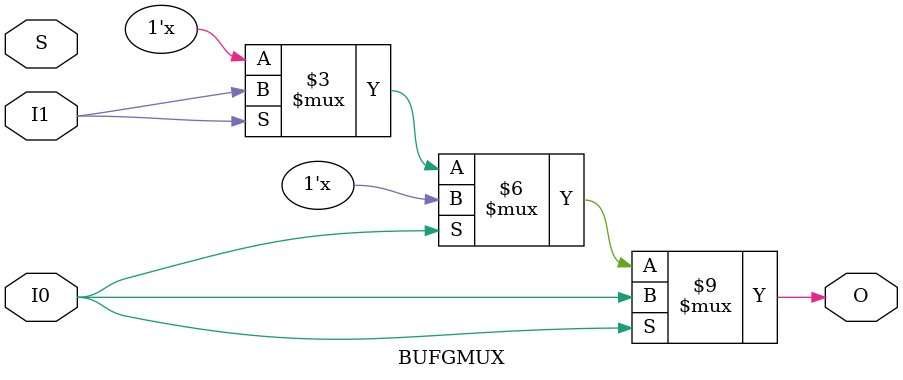
<source format=sv>
module BUFG(
  input        I,
  output logic O
);
  assign O = I;
endmodule

module BUFIO(
  input        I,
  output logic O
);
  assign O = I;
endmodule

module BUFR#(
  parameter BUFR_DIVIDE = "GENERIC"
)(
  input        I,
  output logic O,
  input        CE,
  input        CLR
);
  assign O = I;
endmodule

module IDDR#(
  // target ("SIM", "GENERIC", "XILINX", "ALTERA")
  parameter TARGET = "GENERIC",
  // IODDR style ("IODDR", "IODDR2")
  // Use IODDR for Virtex-4, Virtex-5, Virtex-6, 7 Series, Ultrascale
  // Use IODDR2 for Spartan-6
  parameter IODDR_STYLE = "IODDR2",
  // Width of register in bits
  parameter WIDTH = 1,
  parameter DDR_CLK_EDGE = "SAME_EDGE_PIPELINED",
  parameter SRTYPE = "ASYNC"
)(
  input  wire             C,
  input  wire [WIDTH-1:0] D,
  output wire [WIDTH-1:0] Q1,
  output wire [WIDTH-1:0] Q2,
  input wire              R,
  input wire              S,
  input wire              CE
);
  reg [WIDTH-1:0] d_reg_1 = {WIDTH{1'b0}};
  reg [WIDTH-1:0] d_reg_2 = {WIDTH{1'b0}};

  reg [WIDTH-1:0] q_reg_1 = {WIDTH{1'b0}};
  reg [WIDTH-1:0] q_reg_2 = {WIDTH{1'b0}};

  always @(posedge C) begin
      d_reg_1 <= D;
  end

  always @(negedge C) begin
      d_reg_2 <= D;
  end

  always @(posedge C) begin
      q_reg_1 <= d_reg_1;
      q_reg_2 <= d_reg_2;
  end

  assign Q1 = q_reg_1;
  assign Q2 = q_reg_2;
endmodule

module ODDR#(
  // target ("SIM", "GENERIC", "XILINX", "ALTERA")
  parameter TARGET = "GENERIC",
  // IODDR style ("IODDR", "IODDR2")
  // Use IODDR for Virtex-4, Virtex-5, Virtex-6, 7 Series, Ultrascale
  // Use IODDR2 for Spartan-6
  parameter IODDR_STYLE = "IODDR2",
  // Width of register in bits
  parameter WIDTH = 1,
  parameter DDR_CLK_EDGE = "SAME_EDGE_PIPELINED",
  parameter SRTYPE = "ASYNC"

)(
  input  wire             C,
  input  wire [WIDTH-1:0] D1,
  input  wire [WIDTH-1:0] D2,
  input wire              R,
  input wire              S,
  input wire              CE,
  output wire [WIDTH-1:0] Q
);
  reg [WIDTH-1:0] d_reg_1 = {WIDTH{1'b0}};
  reg [WIDTH-1:0] d_reg_2 = {WIDTH{1'b0}};

  reg [WIDTH-1:0] q_reg = {WIDTH{1'b0}};

  always @(posedge C) begin
    d_reg_1 <= D1;
    d_reg_2 <= D2;
  end

  always @(posedge C) begin
    q_reg <= D1;
  end

  always @(negedge C) begin
    q_reg <= d_reg_2;
  end

  assign Q = q_reg;

endmodule

module BUFGMUX #(
  parameter CLK_SEL_TYPE = "SYNC"  // ASYNC, SYNC
)(
  output logic O, // 1-bit output: Clock output
  input        I0,      // 1-bit input: Clock input (S=0)
  input        I1,      // 1-bit input: Clock input (S=1)
  input        S        // 1-bit input: Clock select
);
  always_comb begin
    if (I0) begin
      O = I0;
    end
    else if (I1) begin
      O = I1;
    end
    else begin
      O = 1'dx;
    end
  end
endmodule

</source>
